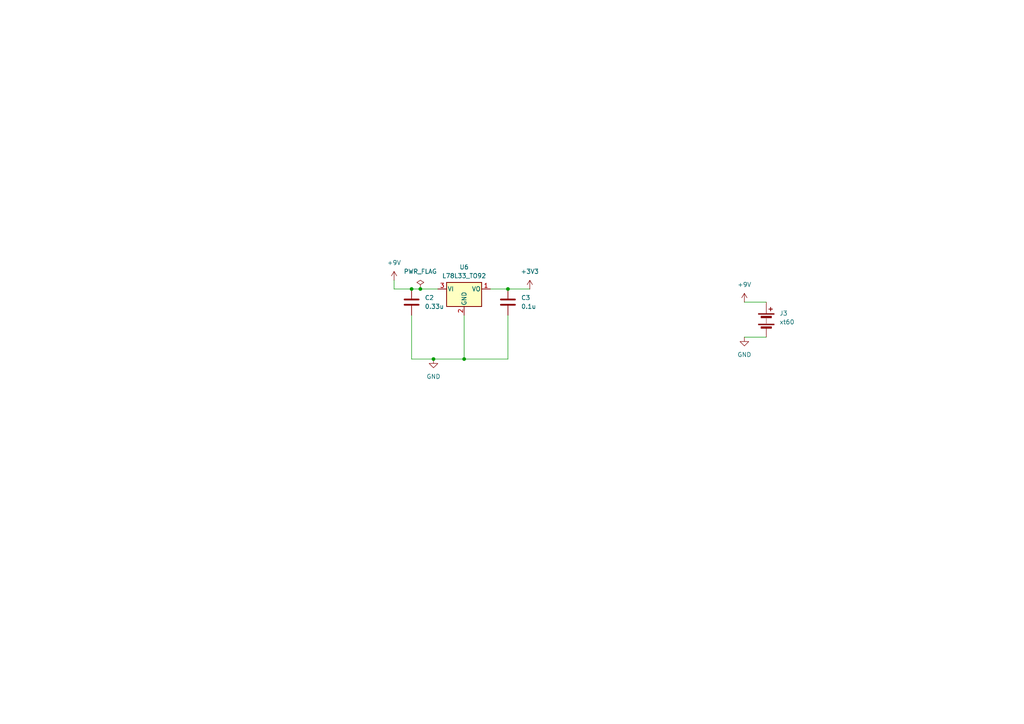
<source format=kicad_sch>
(kicad_sch (version 20231120) (generator "eeschema") (generator_version "8.0")
  (paper "A4")
  (lib_symbols
    (symbol "Device:Battery" (pin_numbers hide) (pin_names (offset 0) hide)
      (property "Reference" "BT" (at 2.54 2.54 0))
      (property "Value" "Battery" (at 2.54 0 0))
      (symbol "Battery_0_1"
        (rectangle (start -2.286 -1.27) (end 2.286 -1.524) (fill (type outline)))
        (rectangle (start -2.286 1.778) (end 2.286 1.524) (fill (type outline)))
        (rectangle (start -1.524 -2.032) (end 1.524 -2.54) (fill (type outline)))
        (rectangle (start -1.524 1.016) (end 1.524 0.508) (fill (type outline)))
        (polyline (pts (xy 0 -1.016) (xy 0 -0.762)))
        (polyline (pts (xy 0 -0.508) (xy 0 -0.254)))
        (polyline (pts (xy 0 0) (xy 0 0.254)))
        (polyline (pts (xy 0 1.778) (xy 0 2.54)))
        (polyline (pts (xy 0.762 3.048) (xy 1.778 3.048)) (stroke (width 0.254)))
        (polyline (pts (xy 1.27 3.556) (xy 1.27 2.54)) (stroke (width 0.254)))
      )
      (symbol "Battery_1_1"
        (pin passive line (at 0 5.08 270) (length 2.54) (name "+") (number "1"))
        (pin passive line (at 0 -5.08 90) (length 2.54) (name "-") (number "2"))
      )
    )
    (symbol "Device:C" (pin_numbers hide) (pin_names (offset 0.254))
      (property "Reference" "C" (at 0.635 2.54 0))
      (property "Value" "C" (at 0.635 -2.54 0))
      (symbol "C_0_1"
        (polyline (pts (xy -2.032 -0.762) (xy 2.032 -0.762)) (stroke (width 0.508)))
        (polyline (pts (xy -2.032 0.762) (xy 2.032 0.762)) (stroke (width 0.508)))
      )
      (symbol "C_1_1"
        (pin passive line (at 0 3.81 270) (length 2.794) (name "~") (number "1"))
        (pin passive line (at 0 -3.81 90) (length 2.794) (name "~") (number "2"))
      )
    )
    (symbol "Regulator_Linear:L78L33_TO92" (pin_names (offset 0.254))
      (property "Reference" "U" (at -3.81 3.175 0))
      (property "Value" "L78L33_TO92" (at 0 3.175 0))
      (symbol "L78L33_TO92_0_1"
        (rectangle (start -5.08 -5.08) (end 5.08 1.905) (stroke (width 0.254)) (fill (type background)))
      )
      (symbol "L78L33_TO92_1_1"
        (pin power_out line (at 7.62 0 180) (length 2.54) (name "VO") (number "1"))
        (pin power_in line (at 0 -7.62 90) (length 2.54) (name "GND") (number "2"))
        (pin power_in line (at -7.62 0 0) (length 2.54) (name "VI") (number "3"))
      )
    )
    (symbol "power:+3V3" (power) (pin_numbers hide) (pin_names (offset 0) hide)
      (property "Value" "+3V3" (at 0 3.556 0))
      (symbol "+3V3_0_1"
        (polyline (pts (xy -0.762 1.27) (xy 0 2.54)))
        (polyline (pts (xy 0 0) (xy 0 2.54)))
        (polyline (pts (xy 0 2.54) (xy 0.762 1.27)))
      )
      (symbol "+3V3_1_1"
        (pin power_in line (at 0 0 90) (length 0) (name "~") (number "1"))
      )
    )
    (symbol "power:+9V" (power) (pin_numbers hide) (pin_names (offset 0) hide)
      (property "Value" "+9V" (at 0 3.556 0))
      (symbol "+9V_0_1"
        (polyline (pts (xy -0.762 1.27) (xy 0 2.54)))
        (polyline (pts (xy 0 0) (xy 0 2.54)))
        (polyline (pts (xy 0 2.54) (xy 0.762 1.27)))
      )
      (symbol "+9V_1_1"
        (pin power_in line (at 0 0 90) (length 0) (name "~") (number "1"))
      )
    )
    (symbol "power:GND" (power) (pin_numbers hide) (pin_names (offset 0) hide)
      (property "Value" "GND" (at 0 -3.81 0))
      (symbol "GND_0_1"
        (polyline (pts (xy 0 0) (xy 0 -1.27) (xy 1.27 -1.27) (xy 0 -2.54) (xy -1.27 -1.27) (xy 0 -1.27)))
      )
      (symbol "GND_1_1"
        (pin power_in line (at 0 0 270) (length 0) (name "~") (number "1"))
      )
    )
    (symbol "power:PWR_FLAG" (power) (pin_numbers hide) (pin_names (offset 0) hide)
      (property "Value" "PWR_FLAG" (at 0 3.81 0))
      (symbol "PWR_FLAG_0_0"
        (pin power_out line (at 0 0 90) (length 0) (name "~") (number "1"))
      )
      (symbol "PWR_FLAG_0_1"
        (polyline (pts (xy 0 0) (xy 0 1.27) (xy -1.016 1.905) (xy 0 2.54) (xy 1.016 1.905) (xy 0 1.27)))
      )
    )
  )
  (junction (at 119.38 83.82))
  (junction (at 147.32 83.82))
  (junction (at 125.73 104.14))
  (junction (at 121.92 83.82))
  (junction (at 134.62 104.14))
  (wire (pts (xy 119.38 91.44) (xy 119.38 104.14)))
  (wire (pts (xy 134.62 104.14) (xy 147.32 104.14)))
  (wire (pts (xy 142.24 83.82) (xy 147.32 83.82)))
  (wire (pts (xy 134.62 104.14) (xy 125.73 104.14)))
  (wire (pts (xy 114.3 83.82) (xy 114.3 81.28)))
  (wire (pts (xy 127 83.82) (xy 121.92 83.82)))
  (wire (pts (xy 119.38 83.82) (xy 114.3 83.82)))
  (wire (pts (xy 125.73 104.14) (xy 119.38 104.14)))
  (wire (pts (xy 215.9 87.63) (xy 222.25 87.63)))
  (wire (pts (xy 121.92 83.82) (xy 119.38 83.82)))
  (wire (pts (xy 147.32 83.82) (xy 153.67 83.82)))
  (wire (pts (xy 215.9 97.79) (xy 222.25 97.79)))
  (wire (pts (xy 134.62 91.44) (xy 134.62 104.14)))
  (wire (pts (xy 147.32 104.14) (xy 147.32 91.44)))
  (symbol (lib_id "Device:C") (at 147.32 87.63 0) (unit 1)
    (property "Reference" "C3" (at 151.13 86.3599 0) (effects (justify left)))
    (property "Value" "0.1u" (at 151.13 88.8999 0) (effects (justify left)))
    (property "Footprint" "Capacitor_SMD:C_0805_2012Metric_Pad1.18x1.45mm_HandSolder" (effects (hide yes)))
    (property "Description" "Unpolarized capacitor" (effects (hide yes)))
  )
  (symbol (lib_id "Device:C") (at 119.38 87.63 0) (unit 1)
    (property "Reference" "C2" (at 123.19 86.3599 0) (effects (justify left)))
    (property "Value" "0.33u" (at 123.19 88.8999 0) (effects (justify left)))
    (property "Footprint" "Capacitor_SMD:C_0805_2012Metric_Pad1.18x1.45mm_HandSolder" (effects (hide yes)))
    (property "Description" "Unpolarized capacitor" (effects (hide yes)))
  )
  (symbol (lib_id "Regulator_Linear:L78L33_TO92") (at 134.62 83.82 0) (unit 1)
    (property "Reference" "U6" (at 134.62 77.47 0))
    (property "Value" "L78L33_TO92" (at 134.62 80.01 0))
    (property "Footprint" "Package_TO_SOT_THT:TO-92_Inline" (effects (hide yes)))
    (property "Datasheet" "http://www.st.com/content/ccc/resource/technical/document/datasheet/15/55/e5/aa/23/5b/43/fd/CD00000446.pdf/files/CD00000446.pdf/jcr:content/translations/en.CD00000446.pdf" (effects (hide yes)))
    (property "Description" "Positive 100mA 30V Linear Regulator, Fixed Output 3.3V, TO-92" (effects (hide yes)))
  )
  (symbol (lib_id "power:+9V") (at 114.3 81.28 0) (unit 1)
    (property "Reference" "#PWR012" (effects (hide yes)))
    (property "Value" "+9V" (at 114.3 76.2 0))
    (property "Description" "Power symbol creates a global label with name \"+9V\"" (effects (hide yes)))
  )
  (symbol (lib_id "power:GND") (at 125.73 104.14 0) (unit 1)
    (property "Reference" "#PWR010" (effects (hide yes)))
    (property "Value" "GND" (at 125.73 109.22 0))
    (property "Description" "Power symbol creates a global label with name \"GND\" , ground" (effects (hide yes)))
  )
  (symbol (lib_id "power:PWR_FLAG") (at 121.92 83.82 0) (unit 1)
    (property "Reference" "#FLG02" (effects (hide yes)))
    (property "Value" "PWR_FLAG" (at 121.92 78.74 0))
    (property "Description" "Special symbol for telling ERC where power comes from" (effects (hide yes)))
  )
  (symbol (lib_id "power:+9V") (at 215.9 87.63 0) (unit 1)
    (property "Reference" "#PWR09" (effects (hide yes)))
    (property "Value" "+9V" (at 215.9 82.55 0))
    (property "Description" "Power symbol creates a global label with name \"+9V\"" (effects (hide yes)))
  )
  (symbol (lib_id "power:GND") (at 215.9 97.79 0) (unit 1)
    (property "Reference" "#PWR013" (effects (hide yes)))
    (property "Value" "GND" (at 215.9 102.87 0))
    (property "Description" "Power symbol creates a global label with name \"GND\" , ground" (effects (hide yes)))
  )
  (symbol (lib_id "Device:Battery") (at 222.25 92.71 0) (unit 1)
    (property "Reference" "J3" (at 226.06 90.8684 0) (effects (justify left)))
    (property "Value" "xt60" (at 226.06 93.4084 0) (effects (justify left)))
    (property "Footprint" "Connector_PinSocket_2.54mm:PinSocket_1x02_P2.54mm_Vertical" (effects (hide yes)))
    (property "Description" "Multiple-cell battery" (effects (hide yes)))
  )
  (symbol (lib_id "power:+3V3") (at 153.67 83.82 0) (unit 1)
    (property "Reference" "#PWR011" (effects (hide yes)))
    (property "Value" "+3V3" (at 153.67 78.74 0))
    (property "Description" "Power symbol creates a global label with name \"+3V3\"" (effects (hide yes)))
  )
)
</source>
